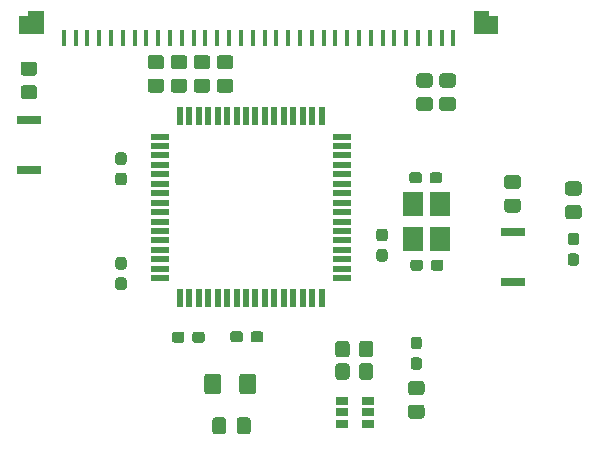
<source format=gbr>
%TF.GenerationSoftware,KiCad,Pcbnew,(5.1.10-1-10_14)*%
%TF.CreationDate,2021-07-23T11:32:30+02:00*%
%TF.ProjectId,WiredSEK,57697265-6453-4454-9b2e-6b696361645f,rev?*%
%TF.SameCoordinates,Original*%
%TF.FileFunction,Paste,Top*%
%TF.FilePolarity,Positive*%
%FSLAX46Y46*%
G04 Gerber Fmt 4.6, Leading zero omitted, Abs format (unit mm)*
G04 Created by KiCad (PCBNEW (5.1.10-1-10_14)) date 2021-07-23 11:32:30*
%MOMM*%
%LPD*%
G01*
G04 APERTURE LIST*
%ADD10R,2.000000X0.800000*%
%ADD11R,1.500000X0.550000*%
%ADD12R,0.550000X1.500000*%
%ADD13R,0.300000X1.400000*%
%ADD14C,0.100000*%
%ADD15R,1.800000X2.100000*%
%ADD16R,1.060000X0.650000*%
G04 APERTURE END LIST*
D10*
%TO.C,SW2*%
X111100000Y-64850000D03*
X111100000Y-60650000D03*
%TD*%
%TO.C,SW1*%
X70200000Y-55350000D03*
X70200000Y-51150000D03*
%TD*%
%TO.C,C5*%
G36*
G01*
X88925000Y-69737500D02*
X88925000Y-69262500D01*
G75*
G02*
X89162500Y-69025000I237500J0D01*
G01*
X89762500Y-69025000D01*
G75*
G02*
X90000000Y-69262500I0J-237500D01*
G01*
X90000000Y-69737500D01*
G75*
G02*
X89762500Y-69975000I-237500J0D01*
G01*
X89162500Y-69975000D01*
G75*
G02*
X88925000Y-69737500I0J237500D01*
G01*
G37*
G36*
G01*
X87200000Y-69737500D02*
X87200000Y-69262500D01*
G75*
G02*
X87437500Y-69025000I237500J0D01*
G01*
X88037500Y-69025000D01*
G75*
G02*
X88275000Y-69262500I0J-237500D01*
G01*
X88275000Y-69737500D01*
G75*
G02*
X88037500Y-69975000I-237500J0D01*
G01*
X87437500Y-69975000D01*
G75*
G02*
X87200000Y-69737500I0J237500D01*
G01*
G37*
%TD*%
%TO.C,D1*%
G36*
G01*
X103187500Y-70550000D02*
X102712500Y-70550000D01*
G75*
G02*
X102475000Y-70312500I0J237500D01*
G01*
X102475000Y-69737500D01*
G75*
G02*
X102712500Y-69500000I237500J0D01*
G01*
X103187500Y-69500000D01*
G75*
G02*
X103425000Y-69737500I0J-237500D01*
G01*
X103425000Y-70312500D01*
G75*
G02*
X103187500Y-70550000I-237500J0D01*
G01*
G37*
G36*
G01*
X103187500Y-72300000D02*
X102712500Y-72300000D01*
G75*
G02*
X102475000Y-72062500I0J237500D01*
G01*
X102475000Y-71487500D01*
G75*
G02*
X102712500Y-71250000I237500J0D01*
G01*
X103187500Y-71250000D01*
G75*
G02*
X103425000Y-71487500I0J-237500D01*
G01*
X103425000Y-72062500D01*
G75*
G02*
X103187500Y-72300000I-237500J0D01*
G01*
G37*
%TD*%
D11*
%TO.C,U2*%
X81230000Y-64550000D03*
X81230000Y-63750000D03*
X81230000Y-62950000D03*
X81230000Y-62150000D03*
X81230000Y-61350000D03*
X81230000Y-60550000D03*
X81230000Y-59750000D03*
X81230000Y-58950000D03*
X81230000Y-58150000D03*
X81230000Y-57350000D03*
X81230000Y-56550000D03*
X81230000Y-55750000D03*
X81230000Y-54950000D03*
X81230000Y-54150000D03*
X81230000Y-53350000D03*
X81230000Y-52550000D03*
D12*
X82930000Y-50850000D03*
X83730000Y-50850000D03*
X84530000Y-50850000D03*
X85330000Y-50850000D03*
X86130000Y-50850000D03*
X86930000Y-50850000D03*
X87730000Y-50850000D03*
X88530000Y-50850000D03*
X89330000Y-50850000D03*
X90130000Y-50850000D03*
X90930000Y-50850000D03*
X91730000Y-50850000D03*
X92530000Y-50850000D03*
X93330000Y-50850000D03*
X94130000Y-50850000D03*
X94930000Y-50850000D03*
D11*
X96630000Y-52550000D03*
X96630000Y-53350000D03*
X96630000Y-54150000D03*
X96630000Y-54950000D03*
X96630000Y-55750000D03*
X96630000Y-56550000D03*
X96630000Y-57350000D03*
X96630000Y-58150000D03*
X96630000Y-58950000D03*
X96630000Y-59750000D03*
X96630000Y-60550000D03*
X96630000Y-61350000D03*
X96630000Y-62150000D03*
X96630000Y-62950000D03*
X96630000Y-63750000D03*
X96630000Y-64550000D03*
D12*
X94930000Y-66250000D03*
X94130000Y-66250000D03*
X93330000Y-66250000D03*
X92530000Y-66250000D03*
X91730000Y-66250000D03*
X90930000Y-66250000D03*
X90130000Y-66250000D03*
X89330000Y-66250000D03*
X88530000Y-66250000D03*
X87730000Y-66250000D03*
X86930000Y-66250000D03*
X86130000Y-66250000D03*
X85330000Y-66250000D03*
X84530000Y-66250000D03*
X83730000Y-66250000D03*
X82930000Y-66250000D03*
%TD*%
%TO.C,R7*%
G36*
G01*
X84349999Y-47650000D02*
X85250001Y-47650000D01*
G75*
G02*
X85500000Y-47899999I0J-249999D01*
G01*
X85500000Y-48600001D01*
G75*
G02*
X85250001Y-48850000I-249999J0D01*
G01*
X84349999Y-48850000D01*
G75*
G02*
X84100000Y-48600001I0J249999D01*
G01*
X84100000Y-47899999D01*
G75*
G02*
X84349999Y-47650000I249999J0D01*
G01*
G37*
G36*
G01*
X84349999Y-45650000D02*
X85250001Y-45650000D01*
G75*
G02*
X85500000Y-45899999I0J-249999D01*
G01*
X85500000Y-46600001D01*
G75*
G02*
X85250001Y-46850000I-249999J0D01*
G01*
X84349999Y-46850000D01*
G75*
G02*
X84100000Y-46600001I0J249999D01*
G01*
X84100000Y-45899999D01*
G75*
G02*
X84349999Y-45650000I249999J0D01*
G01*
G37*
%TD*%
%TO.C,R11*%
G36*
G01*
X80449999Y-47650000D02*
X81350001Y-47650000D01*
G75*
G02*
X81600000Y-47899999I0J-249999D01*
G01*
X81600000Y-48600001D01*
G75*
G02*
X81350001Y-48850000I-249999J0D01*
G01*
X80449999Y-48850000D01*
G75*
G02*
X80200000Y-48600001I0J249999D01*
G01*
X80200000Y-47899999D01*
G75*
G02*
X80449999Y-47650000I249999J0D01*
G01*
G37*
G36*
G01*
X80449999Y-45650000D02*
X81350001Y-45650000D01*
G75*
G02*
X81600000Y-45899999I0J-249999D01*
G01*
X81600000Y-46600001D01*
G75*
G02*
X81350001Y-46850000I-249999J0D01*
G01*
X80449999Y-46850000D01*
G75*
G02*
X80200000Y-46600001I0J249999D01*
G01*
X80200000Y-45899999D01*
G75*
G02*
X80449999Y-45650000I249999J0D01*
G01*
G37*
%TD*%
D13*
%TO.C,J1*%
X106100000Y-44210000D03*
X105100000Y-44210000D03*
X104100000Y-44210000D03*
X103100000Y-44210000D03*
X102100000Y-44210000D03*
X101100000Y-44210000D03*
X100100000Y-44210000D03*
X99100000Y-44210000D03*
X98100000Y-44210000D03*
X97100000Y-44210000D03*
X96100000Y-44210000D03*
X95100000Y-44210000D03*
X94100000Y-44210000D03*
X93100000Y-44210000D03*
X92100000Y-44210000D03*
X91100000Y-44210000D03*
X90100000Y-44210000D03*
X89100000Y-44210000D03*
X88100000Y-44210000D03*
X87100000Y-44210000D03*
X86100000Y-44210000D03*
X85100000Y-44210000D03*
X84100000Y-44210000D03*
X83100000Y-44210000D03*
X82100000Y-44210000D03*
X81100000Y-44210000D03*
X80100000Y-44210000D03*
X79100000Y-44210000D03*
X78100000Y-44210000D03*
X77100000Y-44210000D03*
X76100000Y-44210000D03*
X75100000Y-44210000D03*
X74100000Y-44210000D03*
D14*
G36*
X71400000Y-43910000D02*
G01*
X69300000Y-43910000D01*
X69300000Y-42310000D01*
X70100000Y-42310000D01*
X70100000Y-41960000D01*
X71400000Y-41960000D01*
X71400000Y-43910000D01*
G37*
G36*
X109100000Y-42310000D02*
G01*
X109900000Y-42310000D01*
X109900000Y-43910000D01*
X107800000Y-43910000D01*
X107800000Y-41960000D01*
X109100000Y-41960000D01*
X109100000Y-42310000D01*
G37*
D13*
X73100000Y-44210000D03*
%TD*%
%TO.C,R12*%
G36*
G01*
X105149999Y-49200000D02*
X106050001Y-49200000D01*
G75*
G02*
X106300000Y-49449999I0J-249999D01*
G01*
X106300000Y-50150001D01*
G75*
G02*
X106050001Y-50400000I-249999J0D01*
G01*
X105149999Y-50400000D01*
G75*
G02*
X104900000Y-50150001I0J249999D01*
G01*
X104900000Y-49449999D01*
G75*
G02*
X105149999Y-49200000I249999J0D01*
G01*
G37*
G36*
G01*
X105149999Y-47200000D02*
X106050001Y-47200000D01*
G75*
G02*
X106300000Y-47449999I0J-249999D01*
G01*
X106300000Y-48150001D01*
G75*
G02*
X106050001Y-48400000I-249999J0D01*
G01*
X105149999Y-48400000D01*
G75*
G02*
X104900000Y-48150001I0J249999D01*
G01*
X104900000Y-47449999D01*
G75*
G02*
X105149999Y-47200000I249999J0D01*
G01*
G37*
%TD*%
%TO.C,R10*%
G36*
G01*
X103199999Y-49200000D02*
X104100001Y-49200000D01*
G75*
G02*
X104350000Y-49449999I0J-249999D01*
G01*
X104350000Y-50150001D01*
G75*
G02*
X104100001Y-50400000I-249999J0D01*
G01*
X103199999Y-50400000D01*
G75*
G02*
X102950000Y-50150001I0J249999D01*
G01*
X102950000Y-49449999D01*
G75*
G02*
X103199999Y-49200000I249999J0D01*
G01*
G37*
G36*
G01*
X103199999Y-47200000D02*
X104100001Y-47200000D01*
G75*
G02*
X104350000Y-47449999I0J-249999D01*
G01*
X104350000Y-48150001D01*
G75*
G02*
X104100001Y-48400000I-249999J0D01*
G01*
X103199999Y-48400000D01*
G75*
G02*
X102950000Y-48150001I0J249999D01*
G01*
X102950000Y-47449999D01*
G75*
G02*
X103199999Y-47200000I249999J0D01*
G01*
G37*
%TD*%
%TO.C,R9*%
G36*
G01*
X82399999Y-47650000D02*
X83300001Y-47650000D01*
G75*
G02*
X83550000Y-47899999I0J-249999D01*
G01*
X83550000Y-48600001D01*
G75*
G02*
X83300001Y-48850000I-249999J0D01*
G01*
X82399999Y-48850000D01*
G75*
G02*
X82150000Y-48600001I0J249999D01*
G01*
X82150000Y-47899999D01*
G75*
G02*
X82399999Y-47650000I249999J0D01*
G01*
G37*
G36*
G01*
X82399999Y-45650000D02*
X83300001Y-45650000D01*
G75*
G02*
X83550000Y-45899999I0J-249999D01*
G01*
X83550000Y-46600001D01*
G75*
G02*
X83300001Y-46850000I-249999J0D01*
G01*
X82399999Y-46850000D01*
G75*
G02*
X82150000Y-46600001I0J249999D01*
G01*
X82150000Y-45899999D01*
G75*
G02*
X82399999Y-45650000I249999J0D01*
G01*
G37*
%TD*%
%TO.C,R8*%
G36*
G01*
X86299999Y-47650000D02*
X87200001Y-47650000D01*
G75*
G02*
X87450000Y-47899999I0J-249999D01*
G01*
X87450000Y-48600001D01*
G75*
G02*
X87200001Y-48850000I-249999J0D01*
G01*
X86299999Y-48850000D01*
G75*
G02*
X86050000Y-48600001I0J249999D01*
G01*
X86050000Y-47899999D01*
G75*
G02*
X86299999Y-47650000I249999J0D01*
G01*
G37*
G36*
G01*
X86299999Y-45650000D02*
X87200001Y-45650000D01*
G75*
G02*
X87450000Y-45899999I0J-249999D01*
G01*
X87450000Y-46600001D01*
G75*
G02*
X87200001Y-46850000I-249999J0D01*
G01*
X86299999Y-46850000D01*
G75*
G02*
X86050000Y-46600001I0J249999D01*
G01*
X86050000Y-45899999D01*
G75*
G02*
X86299999Y-45650000I249999J0D01*
G01*
G37*
%TD*%
%TO.C,D2*%
G36*
G01*
X116012500Y-62450000D02*
X116487500Y-62450000D01*
G75*
G02*
X116725000Y-62687500I0J-237500D01*
G01*
X116725000Y-63262500D01*
G75*
G02*
X116487500Y-63500000I-237500J0D01*
G01*
X116012500Y-63500000D01*
G75*
G02*
X115775000Y-63262500I0J237500D01*
G01*
X115775000Y-62687500D01*
G75*
G02*
X116012500Y-62450000I237500J0D01*
G01*
G37*
G36*
G01*
X116012500Y-60700000D02*
X116487500Y-60700000D01*
G75*
G02*
X116725000Y-60937500I0J-237500D01*
G01*
X116725000Y-61512500D01*
G75*
G02*
X116487500Y-61750000I-237500J0D01*
G01*
X116012500Y-61750000D01*
G75*
G02*
X115775000Y-61512500I0J237500D01*
G01*
X115775000Y-60937500D01*
G75*
G02*
X116012500Y-60700000I237500J0D01*
G01*
G37*
%TD*%
D15*
%TO.C,Y1*%
X104970000Y-58300000D03*
X104970000Y-61200000D03*
X102670000Y-61200000D03*
X102670000Y-58300000D03*
%TD*%
D16*
%TO.C,U1*%
X96650000Y-75900000D03*
X96650000Y-76850000D03*
X96650000Y-74950000D03*
X98850000Y-74950000D03*
X98850000Y-75900000D03*
X98850000Y-76850000D03*
%TD*%
%TO.C,R6*%
G36*
G01*
X98100000Y-72900001D02*
X98100000Y-71999999D01*
G75*
G02*
X98349999Y-71750000I249999J0D01*
G01*
X99050001Y-71750000D01*
G75*
G02*
X99300000Y-71999999I0J-249999D01*
G01*
X99300000Y-72900001D01*
G75*
G02*
X99050001Y-73150000I-249999J0D01*
G01*
X98349999Y-73150000D01*
G75*
G02*
X98100000Y-72900001I0J249999D01*
G01*
G37*
G36*
G01*
X96100000Y-72900001D02*
X96100000Y-71999999D01*
G75*
G02*
X96349999Y-71750000I249999J0D01*
G01*
X97050001Y-71750000D01*
G75*
G02*
X97300000Y-71999999I0J-249999D01*
G01*
X97300000Y-72900001D01*
G75*
G02*
X97050001Y-73150000I-249999J0D01*
G01*
X96349999Y-73150000D01*
G75*
G02*
X96100000Y-72900001I0J249999D01*
G01*
G37*
%TD*%
%TO.C,R5*%
G36*
G01*
X98100000Y-71000001D02*
X98100000Y-70099999D01*
G75*
G02*
X98349999Y-69850000I249999J0D01*
G01*
X99050001Y-69850000D01*
G75*
G02*
X99300000Y-70099999I0J-249999D01*
G01*
X99300000Y-71000001D01*
G75*
G02*
X99050001Y-71250000I-249999J0D01*
G01*
X98349999Y-71250000D01*
G75*
G02*
X98100000Y-71000001I0J249999D01*
G01*
G37*
G36*
G01*
X96100000Y-71000001D02*
X96100000Y-70099999D01*
G75*
G02*
X96349999Y-69850000I249999J0D01*
G01*
X97050001Y-69850000D01*
G75*
G02*
X97300000Y-70099999I0J-249999D01*
G01*
X97300000Y-71000001D01*
G75*
G02*
X97050001Y-71250000I-249999J0D01*
G01*
X96349999Y-71250000D01*
G75*
G02*
X96100000Y-71000001I0J249999D01*
G01*
G37*
%TD*%
%TO.C,R4*%
G36*
G01*
X116700001Y-57550000D02*
X115799999Y-57550000D01*
G75*
G02*
X115550000Y-57300001I0J249999D01*
G01*
X115550000Y-56599999D01*
G75*
G02*
X115799999Y-56350000I249999J0D01*
G01*
X116700001Y-56350000D01*
G75*
G02*
X116950000Y-56599999I0J-249999D01*
G01*
X116950000Y-57300001D01*
G75*
G02*
X116700001Y-57550000I-249999J0D01*
G01*
G37*
G36*
G01*
X116700001Y-59550000D02*
X115799999Y-59550000D01*
G75*
G02*
X115550000Y-59300001I0J249999D01*
G01*
X115550000Y-58599999D01*
G75*
G02*
X115799999Y-58350000I249999J0D01*
G01*
X116700001Y-58350000D01*
G75*
G02*
X116950000Y-58599999I0J-249999D01*
G01*
X116950000Y-59300001D01*
G75*
G02*
X116700001Y-59550000I-249999J0D01*
G01*
G37*
%TD*%
%TO.C,R3*%
G36*
G01*
X102499999Y-75250000D02*
X103400001Y-75250000D01*
G75*
G02*
X103650000Y-75499999I0J-249999D01*
G01*
X103650000Y-76200001D01*
G75*
G02*
X103400001Y-76450000I-249999J0D01*
G01*
X102499999Y-76450000D01*
G75*
G02*
X102250000Y-76200001I0J249999D01*
G01*
X102250000Y-75499999D01*
G75*
G02*
X102499999Y-75250000I249999J0D01*
G01*
G37*
G36*
G01*
X102499999Y-73250000D02*
X103400001Y-73250000D01*
G75*
G02*
X103650000Y-73499999I0J-249999D01*
G01*
X103650000Y-74200001D01*
G75*
G02*
X103400001Y-74450000I-249999J0D01*
G01*
X102499999Y-74450000D01*
G75*
G02*
X102250000Y-74200001I0J249999D01*
G01*
X102250000Y-73499999D01*
G75*
G02*
X102499999Y-73250000I249999J0D01*
G01*
G37*
%TD*%
%TO.C,R2*%
G36*
G01*
X110649999Y-57800000D02*
X111550001Y-57800000D01*
G75*
G02*
X111800000Y-58049999I0J-249999D01*
G01*
X111800000Y-58750001D01*
G75*
G02*
X111550001Y-59000000I-249999J0D01*
G01*
X110649999Y-59000000D01*
G75*
G02*
X110400000Y-58750001I0J249999D01*
G01*
X110400000Y-58049999D01*
G75*
G02*
X110649999Y-57800000I249999J0D01*
G01*
G37*
G36*
G01*
X110649999Y-55800000D02*
X111550001Y-55800000D01*
G75*
G02*
X111800000Y-56049999I0J-249999D01*
G01*
X111800000Y-56750001D01*
G75*
G02*
X111550001Y-57000000I-249999J0D01*
G01*
X110649999Y-57000000D01*
G75*
G02*
X110400000Y-56750001I0J249999D01*
G01*
X110400000Y-56049999D01*
G75*
G02*
X110649999Y-55800000I249999J0D01*
G01*
G37*
%TD*%
%TO.C,R1*%
G36*
G01*
X69699999Y-48200000D02*
X70600001Y-48200000D01*
G75*
G02*
X70850000Y-48449999I0J-249999D01*
G01*
X70850000Y-49150001D01*
G75*
G02*
X70600001Y-49400000I-249999J0D01*
G01*
X69699999Y-49400000D01*
G75*
G02*
X69450000Y-49150001I0J249999D01*
G01*
X69450000Y-48449999D01*
G75*
G02*
X69699999Y-48200000I249999J0D01*
G01*
G37*
G36*
G01*
X69699999Y-46200000D02*
X70600001Y-46200000D01*
G75*
G02*
X70850000Y-46449999I0J-249999D01*
G01*
X70850000Y-47150001D01*
G75*
G02*
X70600001Y-47400000I-249999J0D01*
G01*
X69699999Y-47400000D01*
G75*
G02*
X69450000Y-47150001I0J249999D01*
G01*
X69450000Y-46449999D01*
G75*
G02*
X69699999Y-46200000I249999J0D01*
G01*
G37*
%TD*%
%TO.C,F1*%
G36*
G01*
X87975000Y-74125000D02*
X87975000Y-72875000D01*
G75*
G02*
X88225000Y-72625000I250000J0D01*
G01*
X89150000Y-72625000D01*
G75*
G02*
X89400000Y-72875000I0J-250000D01*
G01*
X89400000Y-74125000D01*
G75*
G02*
X89150000Y-74375000I-250000J0D01*
G01*
X88225000Y-74375000D01*
G75*
G02*
X87975000Y-74125000I0J250000D01*
G01*
G37*
G36*
G01*
X85000000Y-74125000D02*
X85000000Y-72875000D01*
G75*
G02*
X85250000Y-72625000I250000J0D01*
G01*
X86175000Y-72625000D01*
G75*
G02*
X86425000Y-72875000I0J-250000D01*
G01*
X86425000Y-74125000D01*
G75*
G02*
X86175000Y-74375000I-250000J0D01*
G01*
X85250000Y-74375000D01*
G75*
G02*
X85000000Y-74125000I0J250000D01*
G01*
G37*
%TD*%
%TO.C,C9*%
G36*
G01*
X83325000Y-69312500D02*
X83325000Y-69787500D01*
G75*
G02*
X83087500Y-70025000I-237500J0D01*
G01*
X82487500Y-70025000D01*
G75*
G02*
X82250000Y-69787500I0J237500D01*
G01*
X82250000Y-69312500D01*
G75*
G02*
X82487500Y-69075000I237500J0D01*
G01*
X83087500Y-69075000D01*
G75*
G02*
X83325000Y-69312500I0J-237500D01*
G01*
G37*
G36*
G01*
X85050000Y-69312500D02*
X85050000Y-69787500D01*
G75*
G02*
X84812500Y-70025000I-237500J0D01*
G01*
X84212500Y-70025000D01*
G75*
G02*
X83975000Y-69787500I0J237500D01*
G01*
X83975000Y-69312500D01*
G75*
G02*
X84212500Y-69075000I237500J0D01*
G01*
X84812500Y-69075000D01*
G75*
G02*
X85050000Y-69312500I0J-237500D01*
G01*
G37*
%TD*%
%TO.C,C8*%
G36*
G01*
X77712500Y-53887500D02*
X78187500Y-53887500D01*
G75*
G02*
X78425000Y-54125000I0J-237500D01*
G01*
X78425000Y-54725000D01*
G75*
G02*
X78187500Y-54962500I-237500J0D01*
G01*
X77712500Y-54962500D01*
G75*
G02*
X77475000Y-54725000I0J237500D01*
G01*
X77475000Y-54125000D01*
G75*
G02*
X77712500Y-53887500I237500J0D01*
G01*
G37*
G36*
G01*
X77712500Y-55612500D02*
X78187500Y-55612500D01*
G75*
G02*
X78425000Y-55850000I0J-237500D01*
G01*
X78425000Y-56450000D01*
G75*
G02*
X78187500Y-56687500I-237500J0D01*
G01*
X77712500Y-56687500D01*
G75*
G02*
X77475000Y-56450000I0J237500D01*
G01*
X77475000Y-55850000D01*
G75*
G02*
X77712500Y-55612500I237500J0D01*
G01*
G37*
%TD*%
%TO.C,C7*%
G36*
G01*
X100287500Y-61425000D02*
X99812500Y-61425000D01*
G75*
G02*
X99575000Y-61187500I0J237500D01*
G01*
X99575000Y-60587500D01*
G75*
G02*
X99812500Y-60350000I237500J0D01*
G01*
X100287500Y-60350000D01*
G75*
G02*
X100525000Y-60587500I0J-237500D01*
G01*
X100525000Y-61187500D01*
G75*
G02*
X100287500Y-61425000I-237500J0D01*
G01*
G37*
G36*
G01*
X100287500Y-63150000D02*
X99812500Y-63150000D01*
G75*
G02*
X99575000Y-62912500I0J237500D01*
G01*
X99575000Y-62312500D01*
G75*
G02*
X99812500Y-62075000I237500J0D01*
G01*
X100287500Y-62075000D01*
G75*
G02*
X100525000Y-62312500I0J-237500D01*
G01*
X100525000Y-62912500D01*
G75*
G02*
X100287500Y-63150000I-237500J0D01*
G01*
G37*
%TD*%
%TO.C,C6*%
G36*
G01*
X78187500Y-63825000D02*
X77712500Y-63825000D01*
G75*
G02*
X77475000Y-63587500I0J237500D01*
G01*
X77475000Y-62987500D01*
G75*
G02*
X77712500Y-62750000I237500J0D01*
G01*
X78187500Y-62750000D01*
G75*
G02*
X78425000Y-62987500I0J-237500D01*
G01*
X78425000Y-63587500D01*
G75*
G02*
X78187500Y-63825000I-237500J0D01*
G01*
G37*
G36*
G01*
X78187500Y-65550000D02*
X77712500Y-65550000D01*
G75*
G02*
X77475000Y-65312500I0J237500D01*
G01*
X77475000Y-64712500D01*
G75*
G02*
X77712500Y-64475000I237500J0D01*
G01*
X78187500Y-64475000D01*
G75*
G02*
X78425000Y-64712500I0J-237500D01*
G01*
X78425000Y-65312500D01*
G75*
G02*
X78187500Y-65550000I-237500J0D01*
G01*
G37*
%TD*%
%TO.C,C4*%
G36*
G01*
X105250000Y-63212500D02*
X105250000Y-63687500D01*
G75*
G02*
X105012500Y-63925000I-237500J0D01*
G01*
X104412500Y-63925000D01*
G75*
G02*
X104175000Y-63687500I0J237500D01*
G01*
X104175000Y-63212500D01*
G75*
G02*
X104412500Y-62975000I237500J0D01*
G01*
X105012500Y-62975000D01*
G75*
G02*
X105250000Y-63212500I0J-237500D01*
G01*
G37*
G36*
G01*
X103525000Y-63212500D02*
X103525000Y-63687500D01*
G75*
G02*
X103287500Y-63925000I-237500J0D01*
G01*
X102687500Y-63925000D01*
G75*
G02*
X102450000Y-63687500I0J237500D01*
G01*
X102450000Y-63212500D01*
G75*
G02*
X102687500Y-62975000I237500J0D01*
G01*
X103287500Y-62975000D01*
G75*
G02*
X103525000Y-63212500I0J-237500D01*
G01*
G37*
%TD*%
%TO.C,C3*%
G36*
G01*
X104075000Y-56287500D02*
X104075000Y-55812500D01*
G75*
G02*
X104312500Y-55575000I237500J0D01*
G01*
X104912500Y-55575000D01*
G75*
G02*
X105150000Y-55812500I0J-237500D01*
G01*
X105150000Y-56287500D01*
G75*
G02*
X104912500Y-56525000I-237500J0D01*
G01*
X104312500Y-56525000D01*
G75*
G02*
X104075000Y-56287500I0J237500D01*
G01*
G37*
G36*
G01*
X102350000Y-56287500D02*
X102350000Y-55812500D01*
G75*
G02*
X102587500Y-55575000I237500J0D01*
G01*
X103187500Y-55575000D01*
G75*
G02*
X103425000Y-55812500I0J-237500D01*
G01*
X103425000Y-56287500D01*
G75*
G02*
X103187500Y-56525000I-237500J0D01*
G01*
X102587500Y-56525000D01*
G75*
G02*
X102350000Y-56287500I0J237500D01*
G01*
G37*
%TD*%
%TO.C,C2*%
G36*
G01*
X87750000Y-77525000D02*
X87750000Y-76575000D01*
G75*
G02*
X88000000Y-76325000I250000J0D01*
G01*
X88675000Y-76325000D01*
G75*
G02*
X88925000Y-76575000I0J-250000D01*
G01*
X88925000Y-77525000D01*
G75*
G02*
X88675000Y-77775000I-250000J0D01*
G01*
X88000000Y-77775000D01*
G75*
G02*
X87750000Y-77525000I0J250000D01*
G01*
G37*
G36*
G01*
X85675000Y-77525000D02*
X85675000Y-76575000D01*
G75*
G02*
X85925000Y-76325000I250000J0D01*
G01*
X86600000Y-76325000D01*
G75*
G02*
X86850000Y-76575000I0J-250000D01*
G01*
X86850000Y-77525000D01*
G75*
G02*
X86600000Y-77775000I-250000J0D01*
G01*
X85925000Y-77775000D01*
G75*
G02*
X85675000Y-77525000I0J250000D01*
G01*
G37*
%TD*%
M02*

</source>
